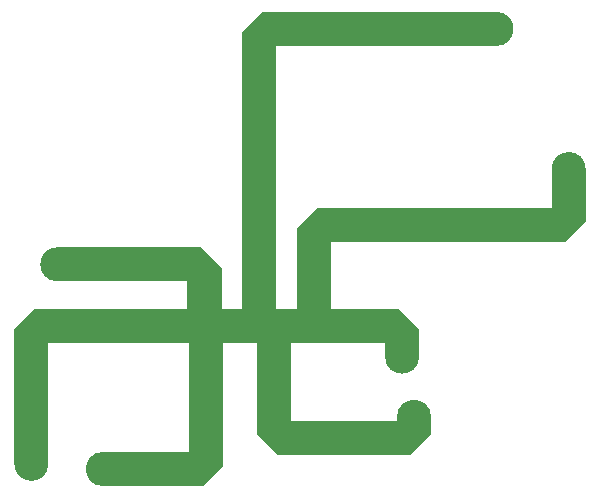
<source format=gbr>
G04 ===== Begin FILE IDENTIFICATION =====*
G04 File Format:  Gerber RS274X*
G04 ===== End FILE IDENTIFICATION =====*
%FSLAX24Y24*%
%MOMM*%
%SFA1.0000B1.0000*%
%OFA0.0B0.0*%
%ADD10C,0.025000*%
%LNcond2*%
%IPPOS*%
%LPD*%
G75*
G36*
G01X-53200Y95205D02*
G01X56955D01*
G01Y71997D01*
G01X-72326D01*
G01X-89666Y54657D01*
G01Y-59213D01*
G03X-60766I14450J0D01*
G01Y43097D01*
G01X58386D01*
G01Y-49218D01*
G01X-14650D01*
G03Y-78118I0J-14450D01*
G01X69946D01*
G01X87286Y-60778D01*
G01Y43213D01*
G01X115781D01*
G01Y-34117D01*
G01X133121Y-51457D01*
G01X245876D01*
G01X263216Y-34117D01*
G01Y-19520D01*
G03X234316I-14450J0D01*
G01Y-22557D01*
G01X144681D01*
G01Y43213D01*
G01X224176D01*
G01Y31560D01*
G03X253076I14450J0D01*
G01Y54773D01*
G01X235736Y72113D01*
G01X178458D01*
G01Y128734D01*
G01X376786D01*
G01X394126Y146074D01*
G01Y190342D01*
G03X365226I-14450J0D01*
G01Y157634D01*
G01X166898D01*
G01X149558Y140294D01*
G01Y72113D01*
G01X131841D01*
G01Y294552D01*
G01X318506D01*
G03Y323452I0J14450D01*
G01X120281D01*
G01X102941Y306112D01*
G01Y72113D01*
G01X85855D01*
G01Y106765D01*
G01X68515Y124105D01*
G01X-53200D01*
G03Y95205I0J-14450D01*
G01Y95205D01*
G37*
M02*


</source>
